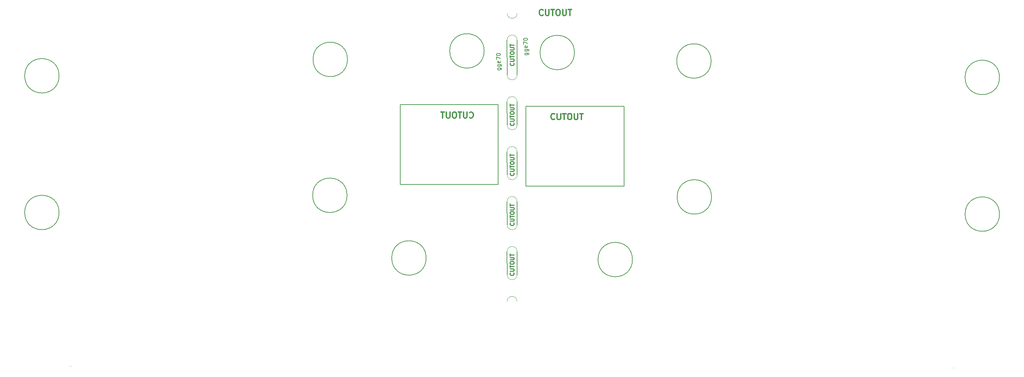
<source format=gbr>
G04 #@! TF.GenerationSoftware,KiCad,Pcbnew,(5.99.0-8557-g8988e46ab1)*
G04 #@! TF.CreationDate,2021-01-24T12:11:51-07:00*
G04 #@! TF.ProjectId,BlueSofPanel,426c7565-536f-4665-9061-6e656c2e6b69,rev?*
G04 #@! TF.SameCoordinates,PX85099e0PY51bada0*
G04 #@! TF.FileFunction,Other,Comment*
%FSLAX46Y46*%
G04 Gerber Fmt 4.6, Leading zero omitted, Abs format (unit mm)*
G04 Created by KiCad (PCBNEW (5.99.0-8557-g8988e46ab1)) date 2021-01-24 12:11:51*
%MOMM*%
%LPD*%
G01*
G04 APERTURE LIST*
%ADD10C,0.250000*%
%ADD11C,0.150000*%
%ADD12C,0.100000*%
%ADD13C,0.300000*%
%ADD14C,0.120000*%
G04 APERTURE END LIST*
D10*
X46706608Y26832261D02*
X46754227Y26784642D01*
X46801846Y26641785D01*
X46801846Y26546547D01*
X46754227Y26403690D01*
X46658989Y26308451D01*
X46563751Y26260832D01*
X46373275Y26213213D01*
X46230418Y26213213D01*
X46039942Y26260832D01*
X45944704Y26308451D01*
X45849466Y26403690D01*
X45801846Y26546547D01*
X45801846Y26641785D01*
X45849466Y26784642D01*
X45897085Y26832261D01*
X45801846Y27260832D02*
X46611370Y27260832D01*
X46706608Y27308451D01*
X46754227Y27356070D01*
X46801846Y27451309D01*
X46801846Y27641785D01*
X46754227Y27737023D01*
X46706608Y27784642D01*
X46611370Y27832261D01*
X45801846Y27832261D01*
X45801846Y28165594D02*
X45801846Y28737023D01*
X46801846Y28451309D02*
X45801846Y28451309D01*
X45801846Y29260832D02*
X45801846Y29451309D01*
X45849466Y29546547D01*
X45944704Y29641785D01*
X46135180Y29689404D01*
X46468513Y29689404D01*
X46658989Y29641785D01*
X46754227Y29546547D01*
X46801846Y29451309D01*
X46801846Y29260832D01*
X46754227Y29165594D01*
X46658989Y29070356D01*
X46468513Y29022737D01*
X46135180Y29022737D01*
X45944704Y29070356D01*
X45849466Y29165594D01*
X45801846Y29260832D01*
X45801846Y30117975D02*
X46611370Y30117975D01*
X46706608Y30165594D01*
X46754227Y30213213D01*
X46801846Y30308451D01*
X46801846Y30498928D01*
X46754227Y30594166D01*
X46706608Y30641785D01*
X46611370Y30689404D01*
X45801846Y30689404D01*
X45801846Y31022737D02*
X45801846Y31594166D01*
X46801846Y31308451D02*
X45801846Y31308451D01*
X46706608Y11832261D02*
X46754227Y11784642D01*
X46801846Y11641785D01*
X46801846Y11546547D01*
X46754227Y11403690D01*
X46658989Y11308451D01*
X46563751Y11260832D01*
X46373275Y11213213D01*
X46230418Y11213213D01*
X46039942Y11260832D01*
X45944704Y11308451D01*
X45849466Y11403690D01*
X45801846Y11546547D01*
X45801846Y11641785D01*
X45849466Y11784642D01*
X45897085Y11832261D01*
X45801846Y12260832D02*
X46611370Y12260832D01*
X46706608Y12308451D01*
X46754227Y12356070D01*
X46801846Y12451309D01*
X46801846Y12641785D01*
X46754227Y12737023D01*
X46706608Y12784642D01*
X46611370Y12832261D01*
X45801846Y12832261D01*
X45801846Y13165594D02*
X45801846Y13737023D01*
X46801846Y13451309D02*
X45801846Y13451309D01*
X45801846Y14260832D02*
X45801846Y14451309D01*
X45849466Y14546547D01*
X45944704Y14641785D01*
X46135180Y14689404D01*
X46468513Y14689404D01*
X46658989Y14641785D01*
X46754227Y14546547D01*
X46801846Y14451309D01*
X46801846Y14260832D01*
X46754227Y14165594D01*
X46658989Y14070356D01*
X46468513Y14022737D01*
X46135180Y14022737D01*
X45944704Y14070356D01*
X45849466Y14165594D01*
X45801846Y14260832D01*
X45801846Y15117975D02*
X46611370Y15117975D01*
X46706608Y15165594D01*
X46754227Y15213213D01*
X46801846Y15308451D01*
X46801846Y15498928D01*
X46754227Y15594166D01*
X46706608Y15641785D01*
X46611370Y15689404D01*
X45801846Y15689404D01*
X45801846Y16022737D02*
X45801846Y16594166D01*
X46801846Y16308451D02*
X45801846Y16308451D01*
X46706608Y-667739D02*
X46754227Y-715358D01*
X46801846Y-858215D01*
X46801846Y-953453D01*
X46754227Y-1096310D01*
X46658989Y-1191549D01*
X46563751Y-1239168D01*
X46373275Y-1286787D01*
X46230418Y-1286787D01*
X46039942Y-1239168D01*
X45944704Y-1191549D01*
X45849466Y-1096310D01*
X45801846Y-953453D01*
X45801846Y-858215D01*
X45849466Y-715358D01*
X45897085Y-667739D01*
X45801846Y-239168D02*
X46611370Y-239168D01*
X46706608Y-191549D01*
X46754227Y-143930D01*
X46801846Y-48691D01*
X46801846Y141785D01*
X46754227Y237023D01*
X46706608Y284642D01*
X46611370Y332261D01*
X45801846Y332261D01*
X45801846Y665594D02*
X45801846Y1237023D01*
X46801846Y951309D02*
X45801846Y951309D01*
X45801846Y1760832D02*
X45801846Y1951309D01*
X45849466Y2046547D01*
X45944704Y2141785D01*
X46135180Y2189404D01*
X46468513Y2189404D01*
X46658989Y2141785D01*
X46754227Y2046547D01*
X46801846Y1951309D01*
X46801846Y1760832D01*
X46754227Y1665594D01*
X46658989Y1570356D01*
X46468513Y1522737D01*
X46135180Y1522737D01*
X45944704Y1570356D01*
X45849466Y1665594D01*
X45801846Y1760832D01*
X45801846Y2617975D02*
X46611370Y2617975D01*
X46706608Y2665594D01*
X46754227Y2713213D01*
X46801846Y2808451D01*
X46801846Y2998928D01*
X46754227Y3094166D01*
X46706608Y3141785D01*
X46611370Y3189404D01*
X45801846Y3189404D01*
X45801846Y3522737D02*
X45801846Y4094166D01*
X46801846Y3808451D02*
X45801846Y3808451D01*
X46689372Y-25667739D02*
X46736991Y-25715358D01*
X46784610Y-25858215D01*
X46784610Y-25953453D01*
X46736991Y-26096310D01*
X46641753Y-26191549D01*
X46546515Y-26239168D01*
X46356039Y-26286787D01*
X46213182Y-26286787D01*
X46022706Y-26239168D01*
X45927468Y-26191549D01*
X45832230Y-26096310D01*
X45784610Y-25953453D01*
X45784610Y-25858215D01*
X45832230Y-25715358D01*
X45879849Y-25667739D01*
X45784610Y-25239168D02*
X46594134Y-25239168D01*
X46689372Y-25191549D01*
X46736991Y-25143930D01*
X46784610Y-25048691D01*
X46784610Y-24858215D01*
X46736991Y-24762977D01*
X46689372Y-24715358D01*
X46594134Y-24667739D01*
X45784610Y-24667739D01*
X45784610Y-24334406D02*
X45784610Y-23762977D01*
X46784610Y-24048691D02*
X45784610Y-24048691D01*
X45784610Y-23239168D02*
X45784610Y-23048691D01*
X45832230Y-22953453D01*
X45927468Y-22858215D01*
X46117944Y-22810596D01*
X46451277Y-22810596D01*
X46641753Y-22858215D01*
X46736991Y-22953453D01*
X46784610Y-23048691D01*
X46784610Y-23239168D01*
X46736991Y-23334406D01*
X46641753Y-23429644D01*
X46451277Y-23477263D01*
X46117944Y-23477263D01*
X45927468Y-23429644D01*
X45832230Y-23334406D01*
X45784610Y-23239168D01*
X45784610Y-22382025D02*
X46594134Y-22382025D01*
X46689372Y-22334406D01*
X46736991Y-22286787D01*
X46784610Y-22191549D01*
X46784610Y-22001072D01*
X46736991Y-21905834D01*
X46689372Y-21858215D01*
X46594134Y-21810596D01*
X45784610Y-21810596D01*
X45784610Y-21477263D02*
X45784610Y-20905834D01*
X46784610Y-21191549D02*
X45784610Y-21191549D01*
X46706608Y-13167739D02*
X46754227Y-13215358D01*
X46801846Y-13358215D01*
X46801846Y-13453453D01*
X46754227Y-13596310D01*
X46658989Y-13691549D01*
X46563751Y-13739168D01*
X46373275Y-13786787D01*
X46230418Y-13786787D01*
X46039942Y-13739168D01*
X45944704Y-13691549D01*
X45849466Y-13596310D01*
X45801846Y-13453453D01*
X45801846Y-13358215D01*
X45849466Y-13215358D01*
X45897085Y-13167739D01*
X45801846Y-12739168D02*
X46611370Y-12739168D01*
X46706608Y-12691549D01*
X46754227Y-12643930D01*
X46801846Y-12548691D01*
X46801846Y-12358215D01*
X46754227Y-12262977D01*
X46706608Y-12215358D01*
X46611370Y-12167739D01*
X45801846Y-12167739D01*
X45801846Y-11834406D02*
X45801846Y-11262977D01*
X46801846Y-11548691D02*
X45801846Y-11548691D01*
X45801846Y-10739168D02*
X45801846Y-10548691D01*
X45849466Y-10453453D01*
X45944704Y-10358215D01*
X46135180Y-10310596D01*
X46468513Y-10310596D01*
X46658989Y-10358215D01*
X46754227Y-10453453D01*
X46801846Y-10548691D01*
X46801846Y-10739168D01*
X46754227Y-10834406D01*
X46658989Y-10929644D01*
X46468513Y-10977263D01*
X46135180Y-10977263D01*
X45944704Y-10929644D01*
X45849466Y-10834406D01*
X45801846Y-10739168D01*
X45801846Y-9882025D02*
X46611370Y-9882025D01*
X46706608Y-9834406D01*
X46754227Y-9786787D01*
X46801846Y-9691549D01*
X46801846Y-9501072D01*
X46754227Y-9405834D01*
X46706608Y-9358215D01*
X46611370Y-9310596D01*
X45801846Y-9310596D01*
X45801846Y-8977263D02*
X45801846Y-8405834D01*
X46801846Y-8691549D02*
X45801846Y-8691549D01*
D11*
X45099466Y-26143930D02*
X45082230Y-20329851D01*
X47582230Y-20329851D02*
X47599466Y-26143930D01*
X45099466Y-13643930D02*
X45082230Y-7829851D01*
X47582230Y-7829851D02*
X47599466Y-13643930D01*
X45099466Y-1143930D02*
X45082230Y4670149D01*
X47582230Y4670149D02*
X47599466Y-1143930D01*
X45099466Y11356070D02*
X45082230Y17170149D01*
X47582230Y17170149D02*
X47599466Y11356070D01*
X47599466Y23856070D02*
X47582230Y32570149D01*
X45082230Y32570149D02*
X45099466Y23856070D01*
D12*
X156838279Y-49430213D02*
X156689159Y-49440213D01*
X-64173819Y-49030213D02*
X-64024699Y-49040213D01*
D11*
X74296706Y15997236D02*
X49796706Y15997236D01*
X49796706Y15997236D02*
X49796706Y-4002764D01*
X49796706Y-4002764D02*
X74296706Y-4002764D01*
X74296706Y-4002764D02*
X74296706Y15997236D01*
X18367754Y16397236D02*
X42867754Y16397236D01*
X42867754Y16397236D02*
X42867754Y-3602764D01*
X42867754Y-3602764D02*
X18367754Y-3602764D01*
X18367754Y-3602764D02*
X18367754Y16397236D01*
D13*
X54060991Y38861522D02*
X53989563Y38790094D01*
X53775277Y38718665D01*
X53632420Y38718665D01*
X53418134Y38790094D01*
X53275277Y38932951D01*
X53203848Y39075808D01*
X53132420Y39361522D01*
X53132420Y39575808D01*
X53203848Y39861522D01*
X53275277Y40004379D01*
X53418134Y40147236D01*
X53632420Y40218665D01*
X53775277Y40218665D01*
X53989563Y40147236D01*
X54060991Y40075808D01*
X54703848Y40218665D02*
X54703848Y39004379D01*
X54775277Y38861522D01*
X54846706Y38790094D01*
X54989563Y38718665D01*
X55275277Y38718665D01*
X55418134Y38790094D01*
X55489563Y38861522D01*
X55560991Y39004379D01*
X55560991Y40218665D01*
X56060991Y40218665D02*
X56918134Y40218665D01*
X56489563Y38718665D02*
X56489563Y40218665D01*
X57703848Y40218665D02*
X57989563Y40218665D01*
X58132420Y40147236D01*
X58275277Y40004379D01*
X58346706Y39718665D01*
X58346706Y39218665D01*
X58275277Y38932951D01*
X58132420Y38790094D01*
X57989563Y38718665D01*
X57703848Y38718665D01*
X57560991Y38790094D01*
X57418134Y38932951D01*
X57346706Y39218665D01*
X57346706Y39718665D01*
X57418134Y40004379D01*
X57560991Y40147236D01*
X57703848Y40218665D01*
X58989563Y40218665D02*
X58989563Y39004379D01*
X59060991Y38861522D01*
X59132420Y38790094D01*
X59275277Y38718665D01*
X59560991Y38718665D01*
X59703848Y38790094D01*
X59775277Y38861522D01*
X59846706Y39004379D01*
X59846706Y40218665D01*
X60346706Y40218665D02*
X61203848Y40218665D01*
X60775277Y38718665D02*
X60775277Y40218665D01*
X56960991Y12811522D02*
X56889563Y12740094D01*
X56675277Y12668665D01*
X56532420Y12668665D01*
X56318134Y12740094D01*
X56175277Y12882951D01*
X56103848Y13025808D01*
X56032420Y13311522D01*
X56032420Y13525808D01*
X56103848Y13811522D01*
X56175277Y13954379D01*
X56318134Y14097236D01*
X56532420Y14168665D01*
X56675277Y14168665D01*
X56889563Y14097236D01*
X56960991Y14025808D01*
X57603848Y14168665D02*
X57603848Y12954379D01*
X57675277Y12811522D01*
X57746706Y12740094D01*
X57889563Y12668665D01*
X58175277Y12668665D01*
X58318134Y12740094D01*
X58389563Y12811522D01*
X58460991Y12954379D01*
X58460991Y14168665D01*
X58960991Y14168665D02*
X59818134Y14168665D01*
X59389563Y12668665D02*
X59389563Y14168665D01*
X60603848Y14168665D02*
X60889563Y14168665D01*
X61032420Y14097236D01*
X61175277Y13954379D01*
X61246706Y13668665D01*
X61246706Y13168665D01*
X61175277Y12882951D01*
X61032420Y12740094D01*
X60889563Y12668665D01*
X60603848Y12668665D01*
X60460991Y12740094D01*
X60318134Y12882951D01*
X60246706Y13168665D01*
X60246706Y13668665D01*
X60318134Y13954379D01*
X60460991Y14097236D01*
X60603848Y14168665D01*
X61889563Y14168665D02*
X61889563Y12954379D01*
X61960991Y12811522D01*
X62032420Y12740094D01*
X62175277Y12668665D01*
X62460991Y12668665D01*
X62603848Y12740094D01*
X62675277Y12811522D01*
X62746706Y12954379D01*
X62746706Y14168665D01*
X63246706Y14168665D02*
X64103848Y14168665D01*
X63675277Y12668665D02*
X63675277Y14168665D01*
X35703468Y13211522D02*
X35774896Y13140094D01*
X35989182Y13068665D01*
X36132039Y13068665D01*
X36346325Y13140094D01*
X36489182Y13282951D01*
X36560611Y13425808D01*
X36632039Y13711522D01*
X36632039Y13925808D01*
X36560611Y14211522D01*
X36489182Y14354379D01*
X36346325Y14497236D01*
X36132039Y14568665D01*
X35989182Y14568665D01*
X35774896Y14497236D01*
X35703468Y14425808D01*
X35060611Y14568665D02*
X35060611Y13354379D01*
X34989182Y13211522D01*
X34917754Y13140094D01*
X34774896Y13068665D01*
X34489182Y13068665D01*
X34346325Y13140094D01*
X34274896Y13211522D01*
X34203468Y13354379D01*
X34203468Y14568665D01*
X33703468Y14568665D02*
X32846325Y14568665D01*
X33274896Y13068665D02*
X33274896Y14568665D01*
X32060611Y14568665D02*
X31774896Y14568665D01*
X31632039Y14497236D01*
X31489182Y14354379D01*
X31417754Y14068665D01*
X31417754Y13568665D01*
X31489182Y13282951D01*
X31632039Y13140094D01*
X31774896Y13068665D01*
X32060611Y13068665D01*
X32203468Y13140094D01*
X32346325Y13282951D01*
X32417754Y13568665D01*
X32417754Y14068665D01*
X32346325Y14354379D01*
X32203468Y14497236D01*
X32060611Y14568665D01*
X30774896Y14568665D02*
X30774896Y13354379D01*
X30703468Y13211522D01*
X30632039Y13140094D01*
X30489182Y13068665D01*
X30203468Y13068665D01*
X30060611Y13140094D01*
X29989182Y13211522D01*
X29917754Y13354379D01*
X29917754Y14568665D01*
X29417754Y14568665D02*
X28560611Y14568665D01*
X28989182Y13068665D02*
X28989182Y14568665D01*
D11*
X42728468Y25528189D02*
X43537992Y25528189D01*
X43633230Y25480570D01*
X43680849Y25432951D01*
X43728468Y25337713D01*
X43728468Y25194856D01*
X43680849Y25099617D01*
X43347515Y25528189D02*
X43395134Y25432951D01*
X43395134Y25242475D01*
X43347515Y25147236D01*
X43299896Y25099617D01*
X43204658Y25051998D01*
X42918944Y25051998D01*
X42823706Y25099617D01*
X42776087Y25147236D01*
X42728468Y25242475D01*
X42728468Y25432951D01*
X42776087Y25528189D01*
X42728468Y26432951D02*
X43537992Y26432951D01*
X43633230Y26385332D01*
X43680849Y26337713D01*
X43728468Y26242475D01*
X43728468Y26099617D01*
X43680849Y26004379D01*
X43347515Y26432951D02*
X43395134Y26337713D01*
X43395134Y26147236D01*
X43347515Y26051998D01*
X43299896Y26004379D01*
X43204658Y25956760D01*
X42918944Y25956760D01*
X42823706Y26004379D01*
X42776087Y26051998D01*
X42728468Y26147236D01*
X42728468Y26337713D01*
X42776087Y26432951D01*
X43347515Y27290094D02*
X43395134Y27194856D01*
X43395134Y27004379D01*
X43347515Y26909141D01*
X43252277Y26861522D01*
X42871325Y26861522D01*
X42776087Y26909141D01*
X42728468Y27004379D01*
X42728468Y27194856D01*
X42776087Y27290094D01*
X42871325Y27337713D01*
X42966563Y27337713D01*
X43061801Y26861522D01*
X42395134Y27671046D02*
X42395134Y28337713D01*
X43395134Y27909141D01*
X42395134Y28909141D02*
X42395134Y29004379D01*
X42442754Y29099617D01*
X42490373Y29147236D01*
X42585611Y29194856D01*
X42776087Y29242475D01*
X43014182Y29242475D01*
X43204658Y29194856D01*
X43299896Y29147236D01*
X43347515Y29099617D01*
X43395134Y29004379D01*
X43395134Y28909141D01*
X43347515Y28813903D01*
X43299896Y28766284D01*
X43204658Y28718665D01*
X43014182Y28671046D01*
X42776087Y28671046D01*
X42585611Y28718665D01*
X42490373Y28766284D01*
X42442754Y28813903D01*
X42395134Y28909141D01*
X49507420Y29328189D02*
X50316944Y29328189D01*
X50412182Y29280570D01*
X50459801Y29232951D01*
X50507420Y29137713D01*
X50507420Y28994856D01*
X50459801Y28899617D01*
X50126467Y29328189D02*
X50174086Y29232951D01*
X50174086Y29042475D01*
X50126467Y28947236D01*
X50078848Y28899617D01*
X49983610Y28851998D01*
X49697896Y28851998D01*
X49602658Y28899617D01*
X49555039Y28947236D01*
X49507420Y29042475D01*
X49507420Y29232951D01*
X49555039Y29328189D01*
X49507420Y30232951D02*
X50316944Y30232951D01*
X50412182Y30185332D01*
X50459801Y30137713D01*
X50507420Y30042475D01*
X50507420Y29899617D01*
X50459801Y29804379D01*
X50126467Y30232951D02*
X50174086Y30137713D01*
X50174086Y29947236D01*
X50126467Y29851998D01*
X50078848Y29804379D01*
X49983610Y29756760D01*
X49697896Y29756760D01*
X49602658Y29804379D01*
X49555039Y29851998D01*
X49507420Y29947236D01*
X49507420Y30137713D01*
X49555039Y30232951D01*
X50126467Y31090094D02*
X50174086Y30994856D01*
X50174086Y30804379D01*
X50126467Y30709141D01*
X50031229Y30661522D01*
X49650277Y30661522D01*
X49555039Y30709141D01*
X49507420Y30804379D01*
X49507420Y30994856D01*
X49555039Y31090094D01*
X49650277Y31137713D01*
X49745515Y31137713D01*
X49840753Y30661522D01*
X49174086Y31471046D02*
X49174086Y32137713D01*
X50174086Y31709141D01*
X49174086Y32709141D02*
X49174086Y32804379D01*
X49221706Y32899617D01*
X49269325Y32947236D01*
X49364563Y32994856D01*
X49555039Y33042475D01*
X49793134Y33042475D01*
X49983610Y32994856D01*
X50078848Y32947236D01*
X50126467Y32899617D01*
X50174086Y32804379D01*
X50174086Y32709141D01*
X50126467Y32613903D01*
X50078848Y32566284D01*
X49983610Y32518665D01*
X49793134Y32471046D01*
X49555039Y32471046D01*
X49364563Y32518665D01*
X49269325Y32566284D01*
X49221706Y32613903D01*
X49174086Y32709141D01*
D14*
X45082230Y-32829851D02*
G75*
G02*
X47582230Y-32829851I1250000J0D01*
G01*
X47599466Y-26143930D02*
G75*
G02*
X45099466Y-26143930I-1250000J0D01*
G01*
X45082230Y32570149D02*
G75*
G02*
X47582230Y32570149I1250000J0D01*
G01*
X47599466Y39256070D02*
G75*
G02*
X45099466Y39256070I-1250000J0D01*
G01*
X45082230Y17170149D02*
G75*
G02*
X47582230Y17170149I1250000J0D01*
G01*
X47599466Y23856070D02*
G75*
G02*
X45099466Y23856070I-1250000J0D01*
G01*
X45082230Y4670149D02*
G75*
G02*
X47582230Y4670149I1250000J0D01*
G01*
X47599466Y11356070D02*
G75*
G02*
X45099466Y11356070I-1250000J0D01*
G01*
X45082230Y-7829851D02*
G75*
G02*
X47582230Y-7829851I1250000J0D01*
G01*
X47599466Y-1143930D02*
G75*
G02*
X45099466Y-1143930I-1250000J0D01*
G01*
X45082230Y-20329851D02*
G75*
G02*
X47582230Y-20329851I1250000J0D01*
G01*
X47599466Y-13643930D02*
G75*
G02*
X45099466Y-13643930I-1250000J0D01*
G01*
D11*
X168196706Y23222236D02*
G75*
G03*
X168196706Y23222236I-4300000J0D01*
G01*
X96196706Y-6677764D02*
G75*
G03*
X96196706Y-6677764I-4300000J0D01*
G01*
X61921706Y29447236D02*
G75*
G03*
X61921706Y29447236I-4300000J0D01*
G01*
X76421706Y-22352764D02*
G75*
G03*
X76421706Y-22352764I-4300000J0D01*
G01*
X168196706Y-10977764D02*
G75*
G03*
X168196706Y-10977764I-4300000J0D01*
G01*
X96096706Y27322236D02*
G75*
G03*
X96096706Y27322236I-4300000J0D01*
G01*
X39342754Y29847236D02*
G75*
G03*
X39342754Y29847236I-4300000J0D01*
G01*
X-66932246Y-10577764D02*
G75*
G03*
X-66932246Y-10577764I-4300000J0D01*
G01*
X-66932246Y23622236D02*
G75*
G03*
X-66932246Y23622236I-4300000J0D01*
G01*
X5067754Y-6277764D02*
G75*
G03*
X5067754Y-6277764I-4300000J0D01*
G01*
X24842754Y-21952764D02*
G75*
G03*
X24842754Y-21952764I-4300000J0D01*
G01*
X5167754Y27722236D02*
G75*
G03*
X5167754Y27722236I-4300000J0D01*
G01*
M02*

</source>
